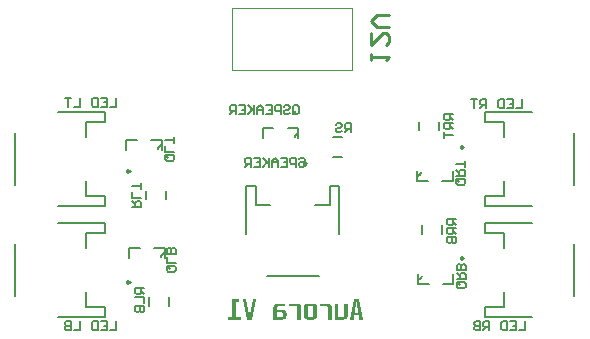
<source format=gbo>
G04*
G04 #@! TF.GenerationSoftware,Altium Limited,Altium Designer,22.2.1 (43)*
G04*
G04 Layer_Color=32896*
%FSLAX24Y24*%
%MOIN*%
G70*
G04*
G04 #@! TF.SameCoordinates,757E67FC-675A-4625-AC2D-E40298A33DAC*
G04*
G04*
G04 #@! TF.FilePolarity,Positive*
G04*
G01*
G75*
%ADD10C,0.0100*%
%ADD35C,0.0098*%
%ADD36C,0.0060*%
%ADD37C,0.0039*%
%ADD38C,0.0079*%
G36*
X8000Y450D02*
X7842D01*
X7686Y1122D01*
X7805D01*
X7909Y584D01*
X7922D01*
X8014Y1122D01*
X8142D01*
X8000Y450D01*
D02*
G37*
G36*
X11186Y614D02*
Y597D01*
X11185Y581D01*
X11183Y567D01*
X11182Y556D01*
X11180Y547D01*
X11179Y540D01*
X11178Y536D01*
Y534D01*
X11176Y523D01*
X11172Y513D01*
X11167Y505D01*
X11164Y497D01*
X11160Y492D01*
X11157Y488D01*
X11155Y485D01*
X11154Y484D01*
X11148Y478D01*
X11140Y472D01*
X11127Y464D01*
X11121Y461D01*
X11116Y459D01*
X11113Y457D01*
X11112D01*
X11102Y455D01*
X11090Y453D01*
X11080Y452D01*
X11070Y451D01*
X11061Y450D01*
X10748D01*
Y983D01*
X10878D01*
Y532D01*
X11006D01*
X11016Y533D01*
X11024Y534D01*
X11029Y535D01*
X11030Y536D01*
X11031D01*
X11038Y540D01*
X11043Y544D01*
X11046Y547D01*
X11047Y549D01*
X11051Y557D01*
X11053Y567D01*
X11054Y570D01*
Y574D01*
X11055Y576D01*
Y577D01*
X11056Y584D01*
Y592D01*
X11057Y606D01*
Y613D01*
Y618D01*
Y622D01*
Y623D01*
Y983D01*
X11186D01*
Y614D01*
D02*
G37*
G36*
X11700Y450D02*
X11571D01*
X11550Y591D01*
X11402D01*
X11380Y450D01*
X11251D01*
X11391Y1122D01*
X11561D01*
X11700Y450D01*
D02*
G37*
G36*
X10510Y981D02*
X10524Y979D01*
X10538Y977D01*
X10550Y974D01*
X10561Y971D01*
X10572Y967D01*
X10580Y964D01*
X10588Y961D01*
X10595Y957D01*
X10601Y954D01*
X10606Y950D01*
X10609Y949D01*
X10612Y947D01*
X10613Y945D01*
X10614D01*
X10622Y937D01*
X10629Y929D01*
X10635Y919D01*
X10640Y910D01*
X10648Y889D01*
X10654Y869D01*
X10657Y851D01*
X10658Y842D01*
X10658Y835D01*
X10659Y829D01*
Y825D01*
Y822D01*
Y821D01*
Y450D01*
X10530D01*
Y801D01*
Y813D01*
X10529Y823D01*
Y832D01*
X10528Y839D01*
Y845D01*
X10527Y850D01*
Y852D01*
Y853D01*
X10526Y861D01*
X10524Y866D01*
X10522Y872D01*
X10521Y875D01*
X10519Y879D01*
X10517Y881D01*
X10516Y883D01*
X10509Y889D01*
X10500Y893D01*
X10495Y895D01*
X10493Y896D01*
X10492D01*
X10479Y898D01*
X10466Y900D01*
X10257D01*
Y983D01*
X10496D01*
X10510Y981D01*
D02*
G37*
G36*
X10064D02*
X10075Y980D01*
X10084Y978D01*
X10092Y976D01*
X10098Y975D01*
X10102Y974D01*
X10103D01*
X10112Y970D01*
X10120Y965D01*
X10128Y961D01*
X10133Y956D01*
X10139Y951D01*
X10142Y949D01*
X10144Y946D01*
X10145Y945D01*
X10151Y937D01*
X10156Y928D01*
X10160Y919D01*
X10164Y911D01*
X10166Y903D01*
X10168Y897D01*
X10170Y893D01*
Y891D01*
X10173Y878D01*
X10175Y864D01*
X10176Y851D01*
X10177Y838D01*
X10177Y826D01*
Y817D01*
Y814D01*
Y811D01*
Y810D01*
Y809D01*
Y625D01*
Y607D01*
X10177Y591D01*
X10175Y577D01*
X10174Y565D01*
X10172Y555D01*
X10171Y548D01*
X10170Y543D01*
Y542D01*
X10166Y530D01*
X10163Y519D01*
X10158Y510D01*
X10154Y503D01*
X10151Y496D01*
X10148Y492D01*
X10146Y489D01*
X10145Y488D01*
X10139Y481D01*
X10131Y475D01*
X10125Y469D01*
X10117Y466D01*
X10112Y462D01*
X10107Y460D01*
X10103Y459D01*
X10103Y458D01*
X10092Y456D01*
X10081Y454D01*
X10070Y452D01*
X10060Y451D01*
X10051D01*
X10044Y450D01*
X9847D01*
X9835Y451D01*
X9825Y453D01*
X9816Y455D01*
X9808Y456D01*
X9803Y457D01*
X9799Y458D01*
X9798D01*
X9789Y462D01*
X9780Y467D01*
X9772Y472D01*
X9767Y477D01*
X9761Y481D01*
X9758Y484D01*
X9756Y487D01*
X9755Y488D01*
X9748Y496D01*
X9744Y505D01*
X9739Y514D01*
X9735Y522D01*
X9733Y530D01*
X9732Y536D01*
X9730Y540D01*
Y542D01*
X9727Y555D01*
X9725Y568D01*
X9723Y582D01*
X9722Y596D01*
X9721Y607D01*
Y617D01*
Y620D01*
Y623D01*
Y624D01*
Y625D01*
Y809D01*
Y826D01*
X9722Y842D01*
X9724Y856D01*
X9725Y868D01*
X9727Y878D01*
X9729Y886D01*
X9730Y889D01*
Y891D01*
X9733Y903D01*
X9737Y913D01*
X9742Y923D01*
X9745Y931D01*
X9749Y937D01*
X9753Y941D01*
X9755Y944D01*
X9756Y945D01*
X9762Y952D01*
X9770Y958D01*
X9776Y963D01*
X9783Y967D01*
X9789Y970D01*
X9794Y972D01*
X9797Y974D01*
X9798D01*
X9808Y976D01*
X9819Y979D01*
X9829Y981D01*
X9839Y982D01*
X9847Y983D01*
X10052D01*
X10064Y981D01*
D02*
G37*
G36*
X9493D02*
X9507Y979D01*
X9521Y977D01*
X9533Y974D01*
X9544Y971D01*
X9554Y967D01*
X9562Y964D01*
X9571Y961D01*
X9577Y957D01*
X9584Y954D01*
X9588Y950D01*
X9592Y949D01*
X9595Y947D01*
X9596Y945D01*
X9597D01*
X9605Y937D01*
X9611Y929D01*
X9618Y919D01*
X9622Y910D01*
X9631Y889D01*
X9636Y869D01*
X9639Y851D01*
X9640Y842D01*
X9641Y835D01*
X9642Y829D01*
Y825D01*
Y822D01*
Y821D01*
Y450D01*
X9512D01*
Y801D01*
Y813D01*
X9511Y823D01*
Y832D01*
X9511Y839D01*
Y845D01*
X9510Y850D01*
Y852D01*
Y853D01*
X9509Y861D01*
X9507Y866D01*
X9505Y872D01*
X9503Y875D01*
X9501Y879D01*
X9499Y881D01*
X9499Y883D01*
X9491Y889D01*
X9483Y893D01*
X9477Y895D01*
X9475Y896D01*
X9474D01*
X9462Y898D01*
X9449Y900D01*
X9240D01*
Y983D01*
X9478D01*
X9493Y981D01*
D02*
G37*
G36*
X9087Y900D02*
X8888D01*
X8879Y899D01*
X8870Y898D01*
X8864Y895D01*
X8859Y892D01*
X8855Y889D01*
X8852Y888D01*
X8851Y886D01*
X8850Y885D01*
X8846Y878D01*
X8843Y870D01*
X8841Y861D01*
X8840Y851D01*
X8839Y843D01*
X8838Y836D01*
Y831D01*
Y830D01*
Y829D01*
Y783D01*
X9034D01*
X9044Y782D01*
X9053Y781D01*
X9061Y779D01*
X9068Y777D01*
X9075Y774D01*
X9079Y772D01*
X9082Y771D01*
X9083Y770D01*
X9091Y765D01*
X9098Y760D01*
X9104Y753D01*
X9110Y748D01*
X9115Y743D01*
X9118Y739D01*
X9120Y736D01*
X9121Y735D01*
X9131Y716D01*
X9136Y707D01*
X9140Y699D01*
X9142Y691D01*
X9144Y686D01*
X9146Y682D01*
Y680D01*
X9151Y657D01*
X9153Y646D01*
X9153Y637D01*
Y628D01*
X9154Y621D01*
Y617D01*
Y616D01*
Y603D01*
X9153Y590D01*
X9152Y579D01*
X9150Y568D01*
X9149Y561D01*
X9147Y555D01*
X9146Y551D01*
Y549D01*
X9142Y538D01*
X9139Y528D01*
X9134Y518D01*
X9130Y511D01*
X9127Y505D01*
X9124Y500D01*
X9122Y497D01*
X9121Y496D01*
X9108Y482D01*
X9102Y476D01*
X9096Y471D01*
X9091Y468D01*
X9087Y465D01*
X9084Y463D01*
X9083Y462D01*
X9075Y458D01*
X9067Y456D01*
X9058Y453D01*
X9050Y452D01*
X9043Y451D01*
X9039Y450D01*
X8709D01*
Y818D01*
Y836D01*
X8710Y851D01*
X8711Y864D01*
X8713Y876D01*
X8714Y886D01*
X8716Y893D01*
X8717Y897D01*
Y899D01*
X8720Y910D01*
X8723Y920D01*
X8728Y929D01*
X8732Y937D01*
X8735Y942D01*
X8738Y946D01*
X8740Y949D01*
X8741Y949D01*
X8747Y956D01*
X8755Y962D01*
X8762Y966D01*
X8769Y970D01*
X8775Y972D01*
X8780Y974D01*
X8783Y975D01*
X8784D01*
X8795Y978D01*
X8806Y980D01*
X8816Y981D01*
X8826Y982D01*
X8835Y983D01*
X9087D01*
Y900D01*
D02*
G37*
G36*
X7563Y1036D02*
X7464D01*
Y532D01*
X7618D01*
Y450D01*
X7193D01*
Y532D01*
X7336D01*
Y1122D01*
X7563D01*
Y1036D01*
D02*
G37*
%LPC*%
G36*
X11483Y1038D02*
X11470D01*
X11414Y675D01*
X11538D01*
X11483Y1038D01*
D02*
G37*
G36*
X10000Y900D02*
X9904D01*
X9893Y899D01*
X9885Y896D01*
X9879Y893D01*
X9873Y889D01*
X9869Y885D01*
X9867Y882D01*
X9866Y879D01*
X9865Y878D01*
X9861Y869D01*
X9858Y859D01*
X9856Y847D01*
X9855Y836D01*
Y826D01*
X9854Y817D01*
Y811D01*
Y810D01*
Y809D01*
Y625D01*
Y608D01*
X9856Y593D01*
X9857Y580D01*
X9859Y571D01*
X9861Y563D01*
X9863Y558D01*
X9864Y555D01*
X9865Y554D01*
X9869Y546D01*
X9875Y542D01*
X9881Y538D01*
X9888Y535D01*
X9894Y533D01*
X9899Y532D01*
X9995D01*
X10005Y533D01*
X10014Y536D01*
X10020Y539D01*
X10026Y543D01*
X10030Y547D01*
X10033Y550D01*
X10034Y553D01*
X10035Y554D01*
X10039Y563D01*
X10041Y574D01*
X10043Y586D01*
X10044Y598D01*
X10045Y609D01*
X10046Y617D01*
Y621D01*
Y624D01*
Y625D01*
Y626D01*
Y809D01*
X10045Y826D01*
X10044Y840D01*
X10042Y852D01*
X10041Y862D01*
X10039Y869D01*
X10037Y875D01*
X10035Y877D01*
Y878D01*
X10030Y886D01*
X10024Y890D01*
X10017Y894D01*
X10011Y897D01*
X10004Y899D01*
X10000Y900D01*
D02*
G37*
G36*
X8953Y702D02*
X8839D01*
Y532D01*
X8995D01*
X9001Y533D01*
X9006Y536D01*
X9011Y541D01*
X9015Y546D01*
X9018Y554D01*
X9020Y561D01*
X9024Y578D01*
X9027Y594D01*
X9028Y602D01*
Y609D01*
X9029Y615D01*
Y619D01*
Y622D01*
Y623D01*
X9028Y638D01*
Y643D01*
X9027Y649D01*
X9026Y654D01*
Y656D01*
X9025Y658D01*
Y659D01*
X9021Y669D01*
X9017Y678D01*
X9014Y682D01*
X9012Y684D01*
X9004Y690D01*
X8995Y694D01*
X8992Y695D01*
X8989Y696D01*
X8987Y697D01*
X8986D01*
X8972Y700D01*
X8958Y701D01*
X8953Y702D01*
D02*
G37*
%LPD*%
D10*
X11950Y9100D02*
Y9300D01*
Y9200D01*
X12550D01*
X12450Y9100D01*
X11950Y10000D02*
Y9600D01*
X12350Y10000D01*
X12450D01*
X12550Y9900D01*
Y9700D01*
X12450Y9600D01*
X12550Y10200D02*
X12150D01*
X11950Y10400D01*
X12150Y10600D01*
X12550D01*
D35*
X9799Y5656D02*
X9725Y5698D01*
Y5613D01*
X9799Y5656D01*
X15035Y6194D02*
X14962Y6236D01*
Y6151D01*
X15035Y6194D01*
Y2494D02*
X14962Y2536D01*
Y2451D01*
X15035Y2494D01*
X3913Y5406D02*
X3839Y5449D01*
Y5364D01*
X3913Y5406D01*
Y1706D02*
X3839Y1749D01*
Y1664D01*
X3913Y1706D01*
D36*
X9540Y6670D02*
X9451Y6631D01*
X9420Y6540D01*
X13510Y5230D02*
X13599Y5269D01*
X13630Y5360D01*
X13530Y1780D02*
X13619Y1819D01*
X13650Y1910D01*
X4990Y6270D02*
X4901Y6231D01*
X4870Y6140D01*
X5090Y2670D02*
X5001Y2631D01*
X4970Y2540D01*
X9540Y6490D02*
Y6670D01*
Y6830D01*
X8360D02*
X8710D01*
X8360Y6490D02*
Y6830D01*
X9190D02*
X9540D01*
X13510Y5230D02*
Y5410D01*
Y5070D02*
Y5230D01*
X14340Y5070D02*
X14690D01*
Y5410D01*
X13510Y5070D02*
X13860D01*
X13530Y1780D02*
Y1960D01*
Y1620D02*
Y1780D01*
X14360Y1620D02*
X14710D01*
Y1960D01*
X13530Y1620D02*
X13880D01*
X4990Y6090D02*
Y6270D01*
Y6430D01*
X3810D02*
X4160D01*
X3810Y6090D02*
Y6430D01*
X4640D02*
X4990D01*
X5090Y2490D02*
Y2670D01*
Y2830D01*
X3910D02*
X4260D01*
X3910Y2490D02*
Y2830D01*
X4740D02*
X5090D01*
X5150Y5950D02*
X5350D01*
X5400Y5900D01*
Y5800D01*
X5350Y5750D01*
X5150D01*
X5100Y5800D01*
Y5900D01*
X5200Y5850D02*
X5100Y5950D01*
Y5900D02*
X5150Y5950D01*
X5400Y6050D02*
X5100D01*
Y6250D01*
X5400Y6350D02*
Y6550D01*
Y6450D01*
X5100D01*
X9350Y7350D02*
Y7550D01*
X9400Y7600D01*
X9500D01*
X9550Y7550D01*
Y7350D01*
X9500Y7300D01*
X9400D01*
X9450Y7400D02*
X9350Y7300D01*
X9400D02*
X9350Y7350D01*
X9050Y7550D02*
X9100Y7600D01*
X9200D01*
X9250Y7550D01*
Y7500D01*
X9200Y7450D01*
X9100D01*
X9050Y7400D01*
Y7350D01*
X9100Y7300D01*
X9200D01*
X9250Y7350D01*
X8950Y7300D02*
Y7600D01*
X8800D01*
X8750Y7550D01*
Y7450D01*
X8800Y7400D01*
X8950D01*
X8450Y7600D02*
X8650D01*
Y7300D01*
X8450D01*
X8650Y7450D02*
X8550D01*
X8350Y7300D02*
Y7500D01*
X8250Y7600D01*
X8150Y7500D01*
Y7300D01*
Y7450D01*
X8350D01*
X8050Y7600D02*
Y7300D01*
Y7400D01*
X7850Y7600D01*
X8000Y7450D01*
X7850Y7300D01*
X7550Y7600D02*
X7750D01*
Y7300D01*
X7550D01*
X7750Y7450D02*
X7650D01*
X7450Y7300D02*
Y7600D01*
X7300D01*
X7250Y7550D01*
Y7450D01*
X7300Y7400D01*
X7450D01*
X7350D02*
X7250Y7300D01*
X14850Y5150D02*
X15050D01*
X15100Y5100D01*
Y5000D01*
X15050Y4950D01*
X14850D01*
X14800Y5000D01*
Y5100D01*
X14900Y5050D02*
X14800Y5150D01*
Y5100D02*
X14850Y5150D01*
X14800Y5250D02*
X15100D01*
Y5400D01*
X15050Y5450D01*
X14950D01*
X14900Y5400D01*
Y5250D01*
Y5350D02*
X14800Y5450D01*
X15100Y5550D02*
Y5750D01*
Y5650D01*
X14800D01*
X14870Y1700D02*
X15070D01*
X15120Y1650D01*
Y1550D01*
X15070Y1500D01*
X14870D01*
X14820Y1550D01*
Y1650D01*
X14920Y1600D02*
X14820Y1700D01*
Y1650D02*
X14870Y1700D01*
X14820Y1800D02*
X15120D01*
Y1950D01*
X15070Y2000D01*
X14970D01*
X14920Y1950D01*
Y1800D01*
Y1900D02*
X14820Y2000D01*
X15120Y2100D02*
X14820D01*
Y2250D01*
X14870Y2300D01*
X14920D01*
X14970Y2250D01*
Y2100D01*
Y2250D01*
X15020Y2300D01*
X15070D01*
X15120Y2250D01*
Y2100D01*
X5200Y2250D02*
X5400D01*
X5450Y2200D01*
Y2100D01*
X5400Y2050D01*
X5200D01*
X5150Y2100D01*
Y2200D01*
X5250Y2150D02*
X5150Y2250D01*
Y2200D02*
X5200Y2250D01*
X5450Y2350D02*
X5150D01*
Y2550D01*
X5450Y2650D02*
X5150D01*
Y2800D01*
X5200Y2850D01*
X5250D01*
X5300Y2800D01*
Y2650D01*
Y2800D01*
X5350Y2850D01*
X5400D01*
X5450Y2800D01*
Y2650D01*
X11280Y6690D02*
Y6990D01*
X11130D01*
X11080Y6940D01*
Y6840D01*
X11130Y6790D01*
X11280D01*
X11180D02*
X11080Y6690D01*
X10780Y6940D02*
X10830Y6990D01*
X10930D01*
X10980Y6940D01*
Y6890D01*
X10930Y6840D01*
X10830D01*
X10780Y6790D01*
Y6740D01*
X10830Y6690D01*
X10930D01*
X10980Y6740D01*
X14700Y7300D02*
X14400D01*
Y7150D01*
X14450Y7100D01*
X14550D01*
X14600Y7150D01*
Y7300D01*
Y7200D02*
X14700Y7100D01*
Y7000D02*
X14400D01*
Y6850D01*
X14450Y6800D01*
X14550D01*
X14600Y6850D01*
Y7000D01*
Y6900D02*
X14700Y6800D01*
X14400Y6700D02*
Y6500D01*
Y6600D01*
X14700D01*
X14800Y3800D02*
X14500D01*
Y3650D01*
X14550Y3600D01*
X14650D01*
X14700Y3650D01*
Y3800D01*
Y3700D02*
X14800Y3600D01*
Y3500D02*
X14500D01*
Y3350D01*
X14550Y3300D01*
X14650D01*
X14700Y3350D01*
Y3500D01*
Y3400D02*
X14800Y3300D01*
X14500Y3200D02*
X14800D01*
Y3050D01*
X14750Y3000D01*
X14700D01*
X14650Y3050D01*
Y3200D01*
Y3050D01*
X14600Y3000D01*
X14550D01*
X14500Y3050D01*
Y3200D01*
X4000Y4200D02*
X4300D01*
Y4350D01*
X4250Y4400D01*
X4150D01*
X4100Y4350D01*
Y4200D01*
Y4300D02*
X4000Y4400D01*
X4300Y4500D02*
X4000D01*
Y4700D01*
X4300Y4800D02*
Y5000D01*
Y4900D01*
X4000D01*
X4400Y1500D02*
X4100D01*
Y1350D01*
X4150Y1300D01*
X4250D01*
X4300Y1350D01*
Y1500D01*
Y1400D02*
X4400Y1300D01*
X4100Y1200D02*
X4400D01*
Y1000D01*
X4100Y900D02*
X4400D01*
Y750D01*
X4350Y700D01*
X4300D01*
X4250Y750D01*
Y900D01*
Y750D01*
X4200Y700D01*
X4150D01*
X4100Y750D01*
Y900D01*
X17000Y7800D02*
Y7500D01*
X16800D01*
X16500Y7800D02*
X16700D01*
Y7500D01*
X16500D01*
X16700Y7650D02*
X16600D01*
X16400Y7800D02*
Y7500D01*
X16250D01*
X16200Y7550D01*
Y7750D01*
X16250Y7800D01*
X16400D01*
X15800Y7500D02*
Y7800D01*
X15650D01*
X15600Y7750D01*
Y7650D01*
X15650Y7600D01*
X15800D01*
X15700D02*
X15600Y7500D01*
X15500Y7800D02*
X15300D01*
X15400D01*
Y7500D01*
X9550Y5800D02*
X9600Y5850D01*
X9700D01*
X9750Y5800D01*
Y5750D01*
X9700Y5700D01*
X9600D01*
X9550Y5650D01*
Y5600D01*
X9600Y5550D01*
X9700D01*
X9750Y5600D01*
X9450Y5550D02*
Y5850D01*
X9300D01*
X9250Y5800D01*
Y5700D01*
X9300Y5650D01*
X9450D01*
X8950Y5850D02*
X9150D01*
Y5550D01*
X8950D01*
X9150Y5700D02*
X9050D01*
X8850Y5550D02*
Y5750D01*
X8750Y5850D01*
X8650Y5750D01*
Y5550D01*
Y5700D01*
X8850D01*
X8550Y5850D02*
Y5550D01*
Y5650D01*
X8350Y5850D01*
X8500Y5700D01*
X8350Y5550D01*
X8050Y5850D02*
X8250D01*
Y5550D01*
X8050D01*
X8250Y5700D02*
X8150D01*
X7950Y5550D02*
Y5850D01*
X7800D01*
X7750Y5800D01*
Y5700D01*
X7800Y5650D01*
X7950D01*
X7850D02*
X7750Y5550D01*
X17100Y400D02*
Y100D01*
X16900D01*
X16600Y400D02*
X16800D01*
Y100D01*
X16600D01*
X16800Y250D02*
X16700D01*
X16500Y400D02*
Y100D01*
X16350D01*
X16300Y150D01*
Y350D01*
X16350Y400D01*
X16500D01*
X15900Y100D02*
Y400D01*
X15750D01*
X15700Y350D01*
Y250D01*
X15750Y200D01*
X15900D01*
X15800D02*
X15700Y100D01*
X15600Y400D02*
Y100D01*
X15450D01*
X15400Y150D01*
Y200D01*
X15450Y250D01*
X15600D01*
X15450D01*
X15400Y300D01*
Y350D01*
X15450Y400D01*
X15600D01*
X3450Y7850D02*
Y7550D01*
X3250D01*
X2950Y7850D02*
X3150D01*
Y7550D01*
X2950D01*
X3150Y7700D02*
X3050D01*
X2850Y7850D02*
Y7550D01*
X2700D01*
X2650Y7600D01*
Y7800D01*
X2700Y7850D01*
X2850D01*
X2250D02*
Y7550D01*
X2050D01*
X1950Y7850D02*
X1750D01*
X1850D01*
Y7550D01*
X3450Y400D02*
Y100D01*
X3250D01*
X2950Y400D02*
X3150D01*
Y100D01*
X2950D01*
X3150Y250D02*
X3050D01*
X2850Y400D02*
Y100D01*
X2700D01*
X2650Y150D01*
Y350D01*
X2700Y400D01*
X2850D01*
X2250D02*
Y100D01*
X2050D01*
X1950Y400D02*
Y100D01*
X1800D01*
X1750Y150D01*
Y200D01*
X1800Y250D01*
X1950D01*
X1800D01*
X1750Y300D01*
Y350D01*
X1800Y400D01*
X1950D01*
D37*
X7326Y8776D02*
X11342D01*
X7326D02*
Y10824D01*
X11342Y8776D02*
Y10824D01*
X7326D02*
X11342D01*
D38*
X8490Y1896D02*
X10222D01*
X7801Y3313D02*
Y4888D01*
X8116D01*
Y4258D02*
Y4888D01*
Y4258D02*
X8608D01*
X10104D02*
X10596D01*
Y4888D01*
X10911D01*
Y3313D02*
Y4888D01*
X10702Y5856D02*
X10998D01*
X10702Y6544D02*
X10998D01*
X14244Y6752D02*
Y7048D01*
X13556Y6752D02*
Y7048D01*
X14344Y3302D02*
Y3598D01*
X13656Y3302D02*
Y3598D01*
X4456Y4452D02*
Y4748D01*
X5144Y4452D02*
Y4748D01*
X4556Y902D02*
Y1198D01*
X5244Y902D02*
Y1198D01*
X18746Y4934D02*
Y6666D01*
X15754Y4245D02*
X17329D01*
X15754D02*
Y4560D01*
X16384D01*
Y5052D01*
Y6548D02*
Y7040D01*
X15754D02*
X16384D01*
X15754D02*
Y7355D01*
X17329D01*
X18746Y1234D02*
Y2966D01*
X15754Y545D02*
X17329D01*
X15754D02*
Y860D01*
X16384D01*
Y1352D01*
Y2848D02*
Y3340D01*
X15754D02*
X16384D01*
X15754D02*
Y3655D01*
X17329D01*
X104Y4934D02*
Y6666D01*
X1521Y7355D02*
X3096D01*
Y7040D02*
Y7355D01*
X2466Y7040D02*
X3096D01*
X2466Y6548D02*
Y7040D01*
Y4560D02*
Y5052D01*
Y4560D02*
X3096D01*
Y4245D02*
Y4560D01*
X1521Y4245D02*
X3096D01*
X104Y1234D02*
Y2966D01*
X1521Y3655D02*
X3096D01*
Y3340D02*
Y3655D01*
X2466Y3340D02*
X3096D01*
X2466Y2848D02*
Y3340D01*
Y860D02*
Y1352D01*
Y860D02*
X3096D01*
Y545D02*
Y860D01*
X1521Y545D02*
X3096D01*
M02*

</source>
